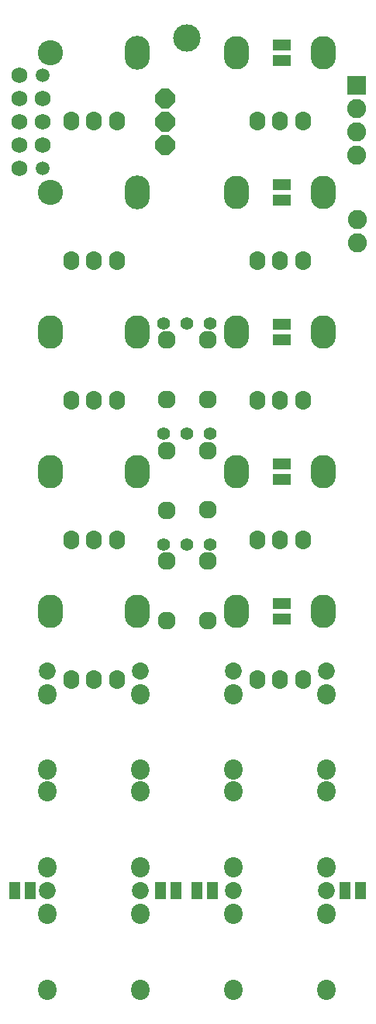
<source format=gbs>
G04 DipTrace 3.3.0.0*
G04 uTidesII.GBS*
%MOIN*%
G04 #@! TF.FileFunction,Soldermask,Bot*
G04 #@! TF.Part,Single*
%AMOUTLINE7*
4,1,8,
0.042016,0.017404,
0.017404,0.042016,
-0.017404,0.042016,
-0.042016,0.017404,
-0.042016,-0.017404,
-0.017404,-0.042016,
0.017404,-0.042016,
0.042016,-0.017404,
0.042016,0.017404,
0*%
%ADD49C,0.068367*%
%ADD50C,0.059055*%
%ADD69C,0.11811*%
%ADD80C,0.077031*%
%ADD82O,0.108031X0.145827*%
%ADD84C,0.108031*%
%ADD86O,0.108031X0.143031*%
%ADD88O,0.068031X0.083031*%
%ADD92R,0.048031X0.078031*%
%ADD94C,0.055591*%
%ADD102C,0.082031*%
%ADD104R,0.082031X0.082031*%
%ADD110C,0.073031*%
%ADD112O,0.078898X0.086772*%
%ADD126R,0.041031X0.051339*%
%ADD156OUTLINE7*%
%FSLAX26Y26*%
G04*
G70*
G90*
G75*
G01*
G04 BotMask*
%LPD*%
D126*
X1569024Y3914524D3*
Y3848060D3*
X1606524Y3848524D3*
Y3914989D3*
X1569024Y2114524D3*
Y2048060D3*
X1606524Y2048524D3*
Y2114989D3*
X1569024Y3314524D3*
Y3248060D3*
X1606524Y3248524D3*
Y3314989D3*
X1569024Y2714524D3*
Y2648060D3*
X1606524Y2648524D3*
Y2714989D3*
X1569024Y4514524D3*
Y4448060D3*
X1606524Y4448524D3*
Y4514989D3*
D156*
X1085787Y4285077D3*
Y4185077D3*
Y4085077D3*
D112*
X1781524Y1725232D3*
Y1400224D3*
D110*
Y1825223D3*
D112*
X1381524Y1725232D3*
Y1400224D3*
D110*
Y1825223D3*
D112*
X981524Y982017D3*
Y1307024D3*
D110*
Y882026D3*
D112*
Y1725232D3*
Y1400224D3*
D110*
Y1825223D3*
D112*
X581524Y1725232D3*
Y1400224D3*
D110*
Y1825223D3*
D112*
Y982017D3*
Y1307024D3*
D110*
Y882026D3*
D112*
X1781524Y982017D3*
Y1307024D3*
D110*
Y882026D3*
D112*
X1381524Y982017D3*
Y1307024D3*
D110*
Y882026D3*
D112*
X1781524Y781032D3*
Y456024D3*
D110*
Y881023D3*
D112*
X1381524Y781032D3*
Y456024D3*
D110*
Y881023D3*
D112*
X981524Y781032D3*
Y456024D3*
D110*
Y881023D3*
D112*
X581524Y781032D3*
Y456024D3*
D110*
Y881023D3*
D49*
X461156Y4382946D3*
D50*
X561156D3*
D49*
X461156Y4282946D3*
X561156D3*
X461156Y4182946D3*
X561156D3*
X461156Y4082946D3*
X561156D3*
X461156Y3982946D3*
D50*
X561156D3*
D104*
X1910627Y4342557D3*
D102*
Y4242557D3*
Y4142557D3*
Y4042557D3*
X1914419Y3762874D3*
Y3662874D3*
D94*
X1181524Y2369024D3*
X1081524D3*
X1281524D3*
X1181524Y3319024D3*
X1081524D3*
X1281524D3*
X1181524Y2844024D3*
X1081524D3*
X1281524D3*
D92*
X1927524Y881524D3*
X1860524D3*
X1223024D3*
X1290024D3*
X1133774D3*
X1066774D3*
X506524D3*
X439524D3*
D88*
X879524Y2386524D3*
X781524Y2386249D3*
X683524Y2386524D3*
D86*
X594524Y2681524D3*
X968524D3*
D88*
X879524Y3586524D3*
X781524Y3586249D3*
X683524Y3586524D3*
D84*
X594524Y3881524D3*
D82*
X968524D3*
D88*
X879524Y2986524D3*
X781524Y2986249D3*
X683524Y2986524D3*
D86*
X594524Y3281524D3*
X968524D3*
D88*
X879524Y1786524D3*
X781524Y1786249D3*
X683524Y1786524D3*
D86*
X594524Y2081524D3*
X968524D3*
D88*
X879524Y4186524D3*
X781524Y4186249D3*
X683524Y4186524D3*
D84*
X594524Y4481524D3*
D82*
X968524D3*
D88*
X1679524Y1786524D3*
X1581524Y1786249D3*
X1483524Y1786524D3*
D86*
X1394524Y2081524D3*
X1768524D3*
D88*
X1679524Y2386524D3*
X1581524Y2386249D3*
X1483524Y2386524D3*
D86*
X1394524Y2681524D3*
X1768524D3*
D88*
X1679524Y2986524D3*
X1581524Y2986249D3*
X1483524Y2986524D3*
D86*
X1394524Y3281524D3*
X1768524D3*
D88*
X1679524Y3586524D3*
X1581524Y3586249D3*
X1483524Y3586524D3*
D86*
X1394524Y3881524D3*
X1768524D3*
D88*
X1679524Y4186524D3*
X1581524Y4186249D3*
X1483524Y4186524D3*
D86*
X1394524Y4481524D3*
X1768524D3*
D80*
X1270318Y2991217D3*
X1093152Y2990925D3*
X1092730Y3246830D3*
X1270313Y3247171D3*
X1270318Y2041217D3*
X1093152Y2040925D3*
X1092730Y2296830D3*
X1270313Y2297171D3*
X1270318Y2516217D3*
X1093152Y2515925D3*
X1092730Y2771830D3*
X1270313Y2772171D3*
D69*
X1181524Y4544024D3*
M02*

</source>
